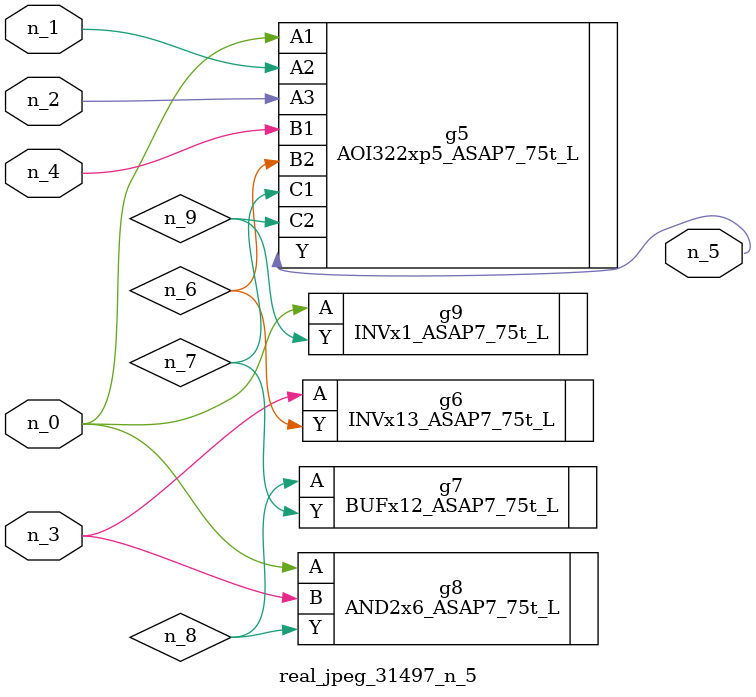
<source format=v>
module real_jpeg_31497_n_5 (n_4, n_0, n_1, n_2, n_3, n_5);

input n_4;
input n_0;
input n_1;
input n_2;
input n_3;

output n_5;

wire n_8;
wire n_6;
wire n_7;
wire n_9;

AOI322xp5_ASAP7_75t_L g5 ( 
.A1(n_0),
.A2(n_1),
.A3(n_2),
.B1(n_4),
.B2(n_6),
.C1(n_7),
.C2(n_9),
.Y(n_5)
);

AND2x6_ASAP7_75t_L g8 ( 
.A(n_0),
.B(n_3),
.Y(n_8)
);

INVx1_ASAP7_75t_L g9 ( 
.A(n_0),
.Y(n_9)
);

INVx13_ASAP7_75t_L g6 ( 
.A(n_3),
.Y(n_6)
);

BUFx12_ASAP7_75t_L g7 ( 
.A(n_8),
.Y(n_7)
);


endmodule
</source>
